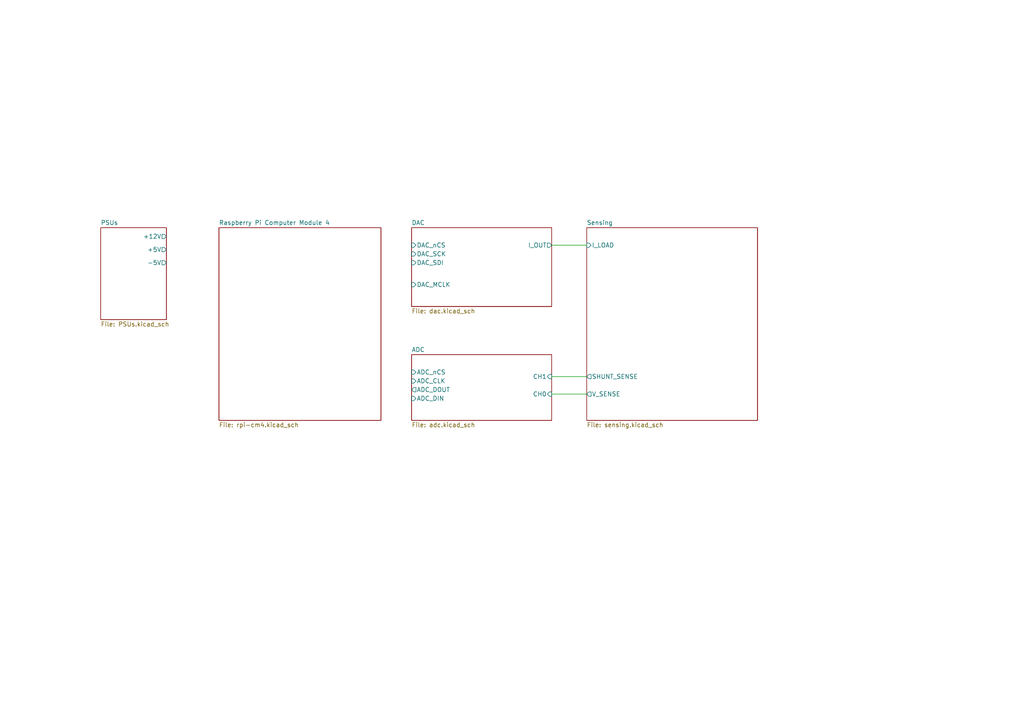
<source format=kicad_sch>
(kicad_sch
	(version 20231120)
	(generator "eeschema")
	(generator_version "8.0")
	(uuid "ba333b18-b098-477b-9dd4-aab7b9764d9c")
	(paper "A4")
	(lib_symbols)
	(wire
		(pts
			(xy 160.02 71.12) (xy 170.18 71.12)
		)
		(stroke
			(width 0)
			(type default)
		)
		(uuid "23118a64-f1f5-44ee-9a51-06b5564043cb")
	)
	(wire
		(pts
			(xy 160.02 109.22) (xy 170.18 109.22)
		)
		(stroke
			(width 0)
			(type default)
		)
		(uuid "3a81050d-5112-4e91-8c94-e82fb57ef867")
	)
	(wire
		(pts
			(xy 160.02 114.3) (xy 170.18 114.3)
		)
		(stroke
			(width 0)
			(type default)
		)
		(uuid "be450e10-9935-4e69-aaae-359afa612e4a")
	)
	(sheet
		(at 119.38 66.04)
		(size 40.64 22.86)
		(fields_autoplaced yes)
		(stroke
			(width 0.1524)
			(type solid)
		)
		(fill
			(color 0 0 0 0.0000)
		)
		(uuid "46ee5347-8922-4c9f-a4b3-4d37bef42e8e")
		(property "Sheetname" "DAC"
			(at 119.38 65.3284 0)
			(effects
				(font
					(size 1.27 1.27)
				)
				(justify left bottom)
			)
		)
		(property "Sheetfile" "dac.kicad_sch"
			(at 119.38 89.4846 0)
			(effects
				(font
					(size 1.27 1.27)
				)
				(justify left top)
			)
		)
		(pin "DAC_SCK" input
			(at 119.38 73.66 180)
			(effects
				(font
					(size 1.27 1.27)
				)
				(justify left)
			)
			(uuid "d56d0388-1809-4be6-bb25-1e0d0670a392")
		)
		(pin "DAC_SDI" input
			(at 119.38 76.2 180)
			(effects
				(font
					(size 1.27 1.27)
				)
				(justify left)
			)
			(uuid "bc8b74cb-94ee-4741-a0bb-ba058a1404ce")
		)
		(pin "DAC_nCS" input
			(at 119.38 71.12 180)
			(effects
				(font
					(size 1.27 1.27)
				)
				(justify left)
			)
			(uuid "c7f6dc53-17d7-4921-a64e-08d0ffbe9432")
		)
		(pin "I_OUT" output
			(at 160.02 71.12 0)
			(effects
				(font
					(size 1.27 1.27)
				)
				(justify right)
			)
			(uuid "f1ca88eb-4f04-460b-86af-c3e650b709cb")
		)
		(pin "DAC_MCLK" input
			(at 119.38 82.55 180)
			(effects
				(font
					(size 1.27 1.27)
				)
				(justify left)
			)
			(uuid "13793aca-758c-4650-8764-cadb150a1274")
		)
		(instances
			(project "lcr-meter"
				(path "/ba333b18-b098-477b-9dd4-aab7b9764d9c"
					(page "3")
				)
			)
		)
	)
	(sheet
		(at 170.18 66.04)
		(size 49.53 55.88)
		(fields_autoplaced yes)
		(stroke
			(width 0.1524)
			(type solid)
		)
		(fill
			(color 0 0 0 0.0000)
		)
		(uuid "b8718128-d741-4369-b265-769f39903469")
		(property "Sheetname" "Sensing"
			(at 170.18 65.3284 0)
			(effects
				(font
					(size 1.27 1.27)
				)
				(justify left bottom)
			)
		)
		(property "Sheetfile" "sensing.kicad_sch"
			(at 170.18 122.5046 0)
			(effects
				(font
					(size 1.27 1.27)
				)
				(justify left top)
			)
		)
		(pin "SHUNT_SENSE" output
			(at 170.18 109.22 180)
			(effects
				(font
					(size 1.27 1.27)
				)
				(justify left)
			)
			(uuid "037e36c7-664b-4147-aaec-2f210b4f3823")
		)
		(pin "V_SENSE" output
			(at 170.18 114.3 180)
			(effects
				(font
					(size 1.27 1.27)
				)
				(justify left)
			)
			(uuid "c92aa762-ef6e-4421-a748-c9e7c832f9db")
		)
		(pin "I_LOAD" input
			(at 170.18 71.12 180)
			(effects
				(font
					(size 1.27 1.27)
				)
				(justify left)
			)
			(uuid "344bfe47-fdfc-4f8b-88f4-1d902a796ad9")
		)
		(instances
			(project "lcr-meter"
				(path "/ba333b18-b098-477b-9dd4-aab7b9764d9c"
					(page "6")
				)
			)
		)
	)
	(sheet
		(at 119.38 102.87)
		(size 40.64 19.05)
		(fields_autoplaced yes)
		(stroke
			(width 0.1524)
			(type solid)
		)
		(fill
			(color 0 0 0 0.0000)
		)
		(uuid "dc4920c7-bef7-400a-82e9-2e6f0b5b3c21")
		(property "Sheetname" "ADC"
			(at 119.38 102.1584 0)
			(effects
				(font
					(size 1.27 1.27)
				)
				(justify left bottom)
			)
		)
		(property "Sheetfile" "adc.kicad_sch"
			(at 119.38 122.5046 0)
			(effects
				(font
					(size 1.27 1.27)
				)
				(justify left top)
			)
		)
		(pin "CH1" input
			(at 160.02 109.22 0)
			(effects
				(font
					(size 1.27 1.27)
				)
				(justify right)
			)
			(uuid "5426188c-39de-4cbd-8583-1f516c91a12d")
		)
		(pin "CH0" input
			(at 160.02 114.3 0)
			(effects
				(font
					(size 1.27 1.27)
				)
				(justify right)
			)
			(uuid "b79d8526-7a21-45dc-9fd5-dd4f266b473a")
		)
		(pin "ADC_nCS" input
			(at 119.38 107.95 180)
			(effects
				(font
					(size 1.27 1.27)
				)
				(justify left)
			)
			(uuid "edf2b8d8-5c75-491c-b559-eec9b166c08d")
		)
		(pin "ADC_CLK" input
			(at 119.38 110.49 180)
			(effects
				(font
					(size 1.27 1.27)
				)
				(justify left)
			)
			(uuid "9630c3bb-0145-4d5f-8f2a-ab74e89171b9")
		)
		(pin "ADC_DOUT" output
			(at 119.38 113.03 180)
			(effects
				(font
					(size 1.27 1.27)
				)
				(justify left)
			)
			(uuid "64f6fd2b-5d86-4a1b-84cb-d037c4eb9f17")
		)
		(pin "ADC_DIN" input
			(at 119.38 115.57 180)
			(effects
				(font
					(size 1.27 1.27)
				)
				(justify left)
			)
			(uuid "0c251670-9c6d-4e22-8180-ae78f4703bee")
		)
		(instances
			(project "lcr-meter"
				(path "/ba333b18-b098-477b-9dd4-aab7b9764d9c"
					(page "4")
				)
			)
		)
	)
	(sheet
		(at 29.21 66.04)
		(size 19.05 26.67)
		(fields_autoplaced yes)
		(stroke
			(width 0.1524)
			(type solid)
		)
		(fill
			(color 0 0 0 0.0000)
		)
		(uuid "f2a8366c-faa8-47bd-8bfe-1b09106a7ae4")
		(property "Sheetname" "PSUs"
			(at 29.21 65.3284 0)
			(effects
				(font
					(size 1.27 1.27)
				)
				(justify left bottom)
			)
		)
		(property "Sheetfile" "PSUs.kicad_sch"
			(at 29.21 93.2946 0)
			(effects
				(font
					(size 1.27 1.27)
				)
				(justify left top)
			)
		)
		(property "Field2" ""
			(at 29.21 66.04 0)
			(effects
				(font
					(size 1.27 1.27)
				)
				(hide yes)
			)
		)
		(pin "-5V" output
			(at 48.26 76.2 0)
			(effects
				(font
					(size 1.27 1.27)
				)
				(justify right)
			)
			(uuid "d3f61dcb-9d2b-4a16-a776-9a135d2e5b33")
		)
		(pin "+12V" output
			(at 48.26 68.58 0)
			(effects
				(font
					(size 1.27 1.27)
				)
				(justify right)
			)
			(uuid "5482eb06-6f9a-4823-b51d-1cfc76623576")
		)
		(pin "+5V" output
			(at 48.26 72.39 0)
			(effects
				(font
					(size 1.27 1.27)
				)
				(justify right)
			)
			(uuid "ef6d88f6-2b6f-41dd-9e97-76d26d73d872")
		)
		(instances
			(project "lcr-meter"
				(path "/ba333b18-b098-477b-9dd4-aab7b9764d9c"
					(page "8")
				)
			)
		)
	)
	(sheet
		(at 63.5 66.04)
		(size 46.99 55.88)
		(fields_autoplaced yes)
		(stroke
			(width 0.1524)
			(type solid)
		)
		(fill
			(color 0 0 0 0.0000)
		)
		(uuid "fa0205ff-d840-4c89-b6d9-0bee6ad4a2ef")
		(property "Sheetname" "Raspberry Pi Computer Module 4"
			(at 63.5 65.3284 0)
			(effects
				(font
					(size 1.27 1.27)
				)
				(justify left bottom)
			)
		)
		(property "Sheetfile" "rpi-cm4.kicad_sch"
			(at 63.5 122.5046 0)
			(effects
				(font
					(size 1.27 1.27)
				)
				(justify left top)
			)
		)
		(instances
			(project "lcr-meter"
				(path "/ba333b18-b098-477b-9dd4-aab7b9764d9c"
					(page "2")
				)
			)
		)
	)
	(sheet_instances
		(path "/"
			(page "1")
		)
	)
)

</source>
